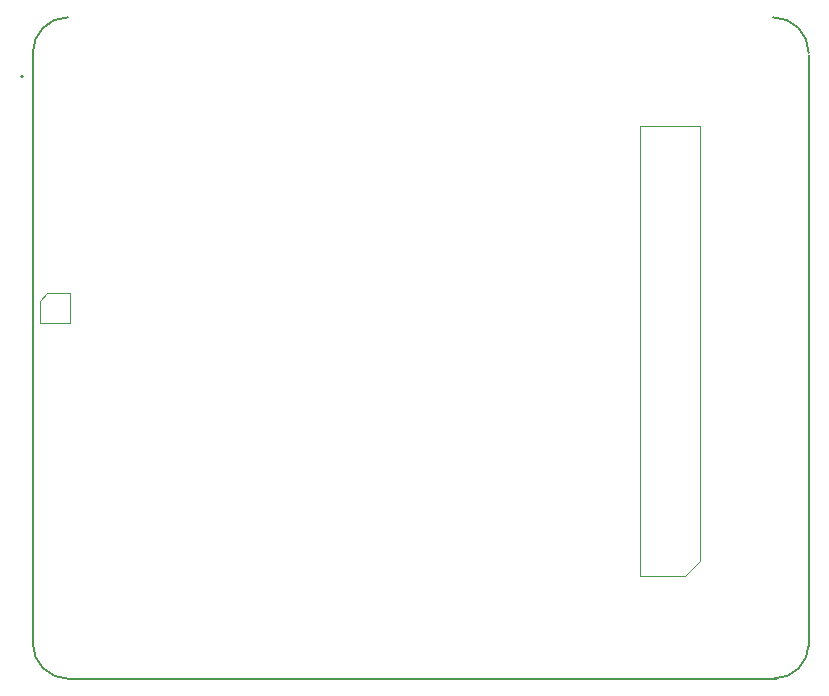
<source format=gbr>
G04 #@! TF.GenerationSoftware,KiCad,Pcbnew,5.1.7-a382d34a8~88~ubuntu18.04.1*
G04 #@! TF.CreationDate,2021-05-25T15:59:45+05:30*
G04 #@! TF.ProjectId,Gateway_v1,47617465-7761-4795-9f76-312e6b696361,rev?*
G04 #@! TF.SameCoordinates,Original*
G04 #@! TF.FileFunction,Other,Fab,Top*
%FSLAX46Y46*%
G04 Gerber Fmt 4.6, Leading zero omitted, Abs format (unit mm)*
G04 Created by KiCad (PCBNEW 5.1.7-a382d34a8~88~ubuntu18.04.1) date 2021-05-25 15:59:45*
%MOMM*%
%LPD*%
G01*
G04 APERTURE LIST*
%ADD10C,0.127000*%
%ADD11C,0.200000*%
%ADD12C,0.100000*%
G04 APERTURE END LIST*
D10*
G04 #@! TO.C,J1*
X157137000Y-102753700D02*
X157137000Y-52753700D01*
X94427000Y-105543700D02*
X154337000Y-105543700D01*
X91427000Y-52543700D02*
X91427000Y-102543700D01*
D11*
X90627000Y-54543700D02*
G75*
G03*
X90627000Y-54543700I-100000J0D01*
G01*
D10*
X94427000Y-49543700D02*
G75*
G03*
X91427000Y-52543700I0J-3000000D01*
G01*
X157127000Y-52553700D02*
G75*
G03*
X154127000Y-49553700I-3000000J0D01*
G01*
X154147000Y-105543700D02*
G75*
G03*
X157147000Y-102543700I0J3000000D01*
G01*
X91427000Y-102543700D02*
G75*
G03*
X94427000Y-105543700I3000000J0D01*
G01*
D12*
G04 #@! TO.C,AE1*
X91998800Y-73566000D02*
X92633800Y-72931000D01*
X91998800Y-75471000D02*
X91998800Y-73566000D01*
X94538800Y-75471000D02*
X91998800Y-75471000D01*
X94538800Y-72931000D02*
X94538800Y-75471000D01*
X92633800Y-72931000D02*
X94538800Y-72931000D01*
G04 #@! TO.C,J2*
X146647000Y-96865400D02*
X142837000Y-96865400D01*
X142837000Y-96865400D02*
X142837000Y-58765400D01*
X142837000Y-58765400D02*
X147917000Y-58765400D01*
X147917000Y-58765400D02*
X147917000Y-95595400D01*
X147917000Y-95595400D02*
X146647000Y-96865400D01*
G04 #@! TD*
M02*

</source>
